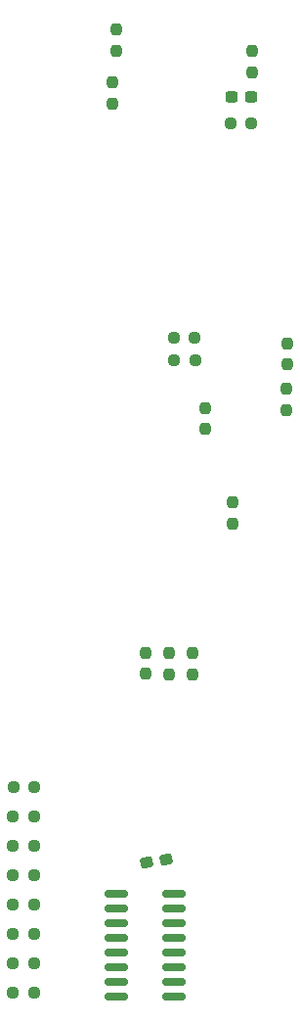
<source format=gbr>
G04 #@! TF.GenerationSoftware,KiCad,Pcbnew,7.0.9*
G04 #@! TF.CreationDate,2023-11-26T15:03:03-05:00*
G04 #@! TF.ProjectId,ESP32_AudioBoard_Rev3,45535033-325f-4417-9564-696f426f6172,rev?*
G04 #@! TF.SameCoordinates,Original*
G04 #@! TF.FileFunction,Paste,Bot*
G04 #@! TF.FilePolarity,Positive*
%FSLAX46Y46*%
G04 Gerber Fmt 4.6, Leading zero omitted, Abs format (unit mm)*
G04 Created by KiCad (PCBNEW 7.0.9) date 2023-11-26 15:03:03*
%MOMM*%
%LPD*%
G01*
G04 APERTURE LIST*
G04 Aperture macros list*
%AMRoundRect*
0 Rectangle with rounded corners*
0 $1 Rounding radius*
0 $2 $3 $4 $5 $6 $7 $8 $9 X,Y pos of 4 corners*
0 Add a 4 corners polygon primitive as box body*
4,1,4,$2,$3,$4,$5,$6,$7,$8,$9,$2,$3,0*
0 Add four circle primitives for the rounded corners*
1,1,$1+$1,$2,$3*
1,1,$1+$1,$4,$5*
1,1,$1+$1,$6,$7*
1,1,$1+$1,$8,$9*
0 Add four rect primitives between the rounded corners*
20,1,$1+$1,$2,$3,$4,$5,0*
20,1,$1+$1,$4,$5,$6,$7,0*
20,1,$1+$1,$6,$7,$8,$9,0*
20,1,$1+$1,$8,$9,$2,$3,0*%
G04 Aperture macros list end*
%ADD10RoundRect,0.237500X-0.250000X-0.237500X0.250000X-0.237500X0.250000X0.237500X-0.250000X0.237500X0*%
%ADD11RoundRect,0.237500X0.250000X0.237500X-0.250000X0.237500X-0.250000X-0.237500X0.250000X-0.237500X0*%
%ADD12RoundRect,0.237500X0.237500X-0.250000X0.237500X0.250000X-0.237500X0.250000X-0.237500X-0.250000X0*%
%ADD13RoundRect,0.237500X-0.237500X0.250000X-0.237500X-0.250000X0.237500X-0.250000X0.237500X0.250000X0*%
%ADD14RoundRect,0.237500X0.300000X0.237500X-0.300000X0.237500X-0.300000X-0.237500X0.300000X-0.237500X0*%
%ADD15RoundRect,0.150000X0.825000X0.150000X-0.825000X0.150000X-0.825000X-0.150000X0.825000X-0.150000X0*%
%ADD16RoundRect,0.237500X0.254201X0.285986X-0.336684X0.181797X-0.254201X-0.285986X0.336684X-0.181797X0*%
G04 APERTURE END LIST*
D10*
X46377500Y-34150000D03*
X48202500Y-34150000D03*
D11*
X43282500Y-52740000D03*
X41457500Y-52740000D03*
D12*
X41039996Y-81802502D03*
X41039996Y-79977502D03*
X36150000Y-32482500D03*
X36150000Y-30657500D03*
D10*
X27517500Y-96690000D03*
X29342500Y-96690000D03*
D13*
X44210000Y-58787500D03*
X44210000Y-60612500D03*
D14*
X48192500Y-31870000D03*
X46467500Y-31870000D03*
D13*
X36470000Y-26067500D03*
X36470000Y-27892500D03*
X46520000Y-66947500D03*
X46520000Y-68772500D03*
D10*
X27537500Y-99230000D03*
X29362500Y-99230000D03*
D12*
X43040000Y-81812500D03*
X43040000Y-79987500D03*
D10*
X27527500Y-94150000D03*
X29352500Y-94150000D03*
D12*
X51250000Y-58982500D03*
X51250000Y-57157500D03*
D10*
X27507500Y-101760000D03*
X29332500Y-101760000D03*
X27507500Y-109400000D03*
X29332500Y-109400000D03*
D11*
X43302500Y-54680000D03*
X41477500Y-54680000D03*
D15*
X41445000Y-100770000D03*
X41445000Y-102040000D03*
X41445000Y-103310000D03*
X41445000Y-104580000D03*
X41445000Y-105850000D03*
X41445000Y-107120000D03*
X41445000Y-108390000D03*
X41445000Y-109660000D03*
X36495000Y-109660000D03*
X36495000Y-108390000D03*
X36495000Y-107120000D03*
X36495000Y-105850000D03*
X36495000Y-104580000D03*
X36495000Y-103310000D03*
X36495000Y-102040000D03*
X36495000Y-100770000D03*
D13*
X51280000Y-53197500D03*
X51280000Y-55022500D03*
D16*
X40809397Y-97810228D03*
X39110603Y-98109772D03*
D10*
X27517500Y-104310000D03*
X29342500Y-104310000D03*
D13*
X39050000Y-79967500D03*
X39050000Y-81792500D03*
X48280000Y-27917500D03*
X48280000Y-29742500D03*
D10*
X27547500Y-91610000D03*
X29372500Y-91610000D03*
X27537500Y-106830000D03*
X29362500Y-106830000D03*
M02*

</source>
